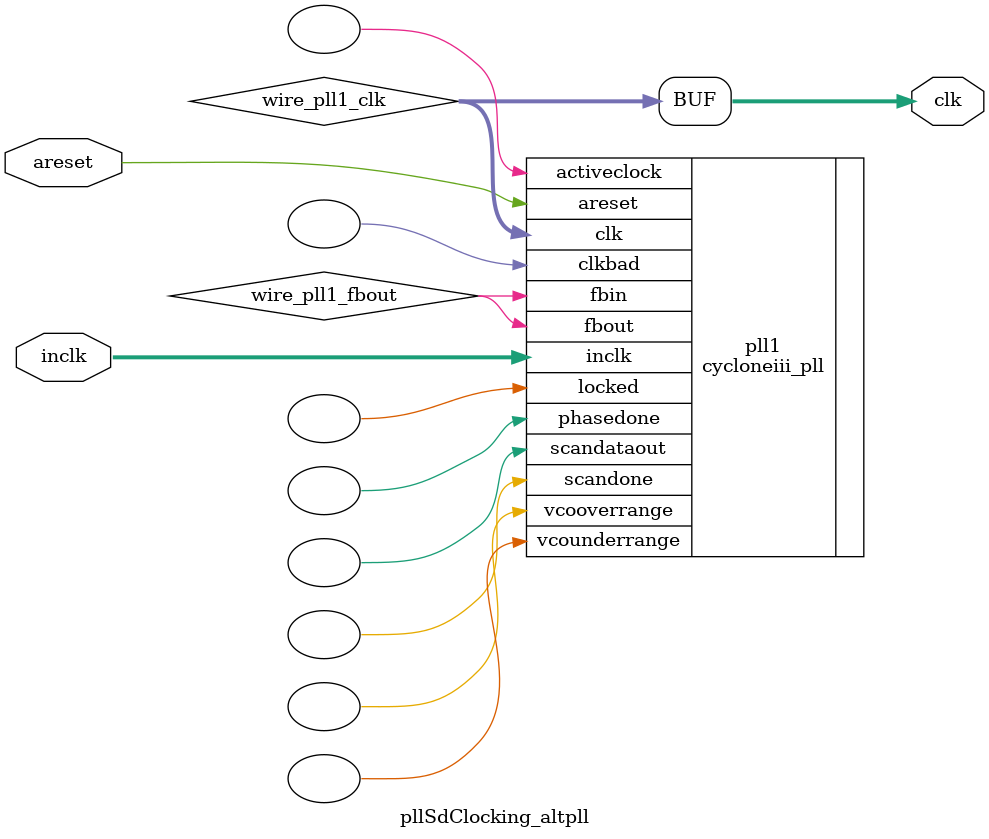
<source format=v>






//synthesis_resources = cycloneiii_pll 1 
//synopsys translate_off
`timescale 1 ps / 1 ps
//synopsys translate_on
module  pllSdClocking_altpll
	( 
	areset,
	clk,
	inclk) /* synthesis synthesis_clearbox=1 */;
	input   areset;
	output   [4:0]  clk;
	input   [1:0]  inclk;
`ifndef ALTERA_RESERVED_QIS
// synopsys translate_off
`endif
	tri0   areset;
	tri0   [1:0]  inclk;
`ifndef ALTERA_RESERVED_QIS
// synopsys translate_on
`endif

	wire  [4:0]   wire_pll1_clk;
	wire  wire_pll1_fbout;

	cycloneiii_pll   pll1
	( 
	.activeclock(),
	.areset(areset),
	.clk(wire_pll1_clk),
	.clkbad(),
	.fbin(wire_pll1_fbout),
	.fbout(wire_pll1_fbout),
	.inclk(inclk),
	.locked(),
	.phasedone(),
	.scandataout(),
	.scandone(),
	.vcooverrange(),
	.vcounderrange()
	`ifndef FORMAL_VERIFICATION
	// synopsys translate_off
	`endif
	,
	.clkswitch(1'b0),
	.configupdate(1'b0),
	.pfdena(1'b1),
	.phasecounterselect({3{1'b0}}),
	.phasestep(1'b0),
	.phaseupdown(1'b0),
	.scanclk(1'b0),
	.scanclkena(1'b1),
	.scandata(1'b0)
	`ifndef FORMAL_VERIFICATION
	// synopsys translate_on
	`endif
	);
	defparam
		pll1.bandwidth_type = "auto",
		pll1.clk0_divide_by = 200,
		pll1.clk0_duty_cycle = 50,
		pll1.clk0_multiply_by = 1,
		pll1.clk0_phase_shift = "0",
		pll1.clk1_divide_by = 20,
		pll1.clk1_duty_cycle = 50,
		pll1.clk1_multiply_by = 9,
		pll1.clk1_phase_shift = "0",
		pll1.clk2_divide_by = 1,
		pll1.clk2_duty_cycle = 50,
		pll1.clk2_multiply_by = 1,
		pll1.clk2_phase_shift = "0",
		pll1.compensate_clock = "clk0",
		pll1.inclk0_input_frequency = 20000,
		pll1.operation_mode = "normal",
		pll1.pll_type = "auto",
		pll1.lpm_type = "cycloneiii_pll";
	assign
		clk = {wire_pll1_clk[4:0]};
endmodule //pllSdClocking_altpll
//VALID FILE

</source>
